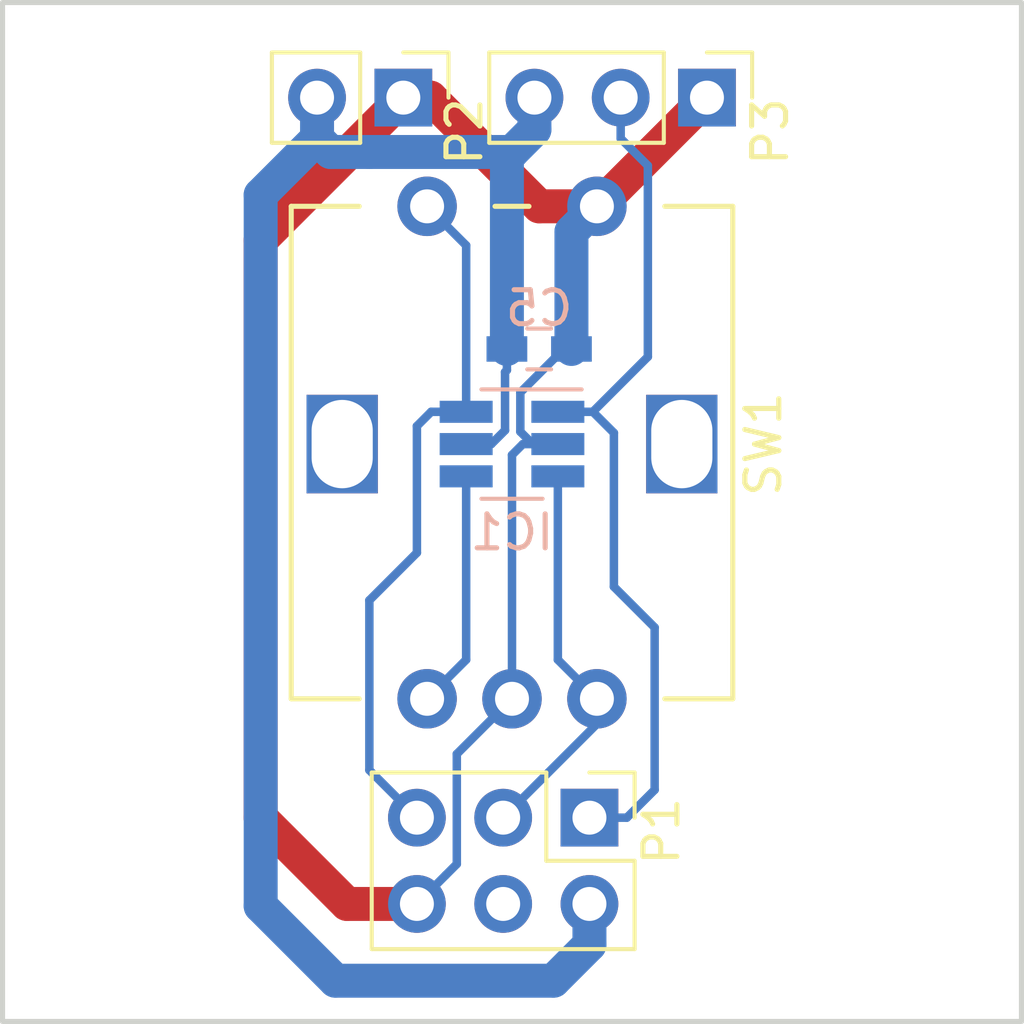
<source format=kicad_pcb>
(kicad_pcb (version 4) (host pcbnew 4.0.5)

  (general
    (links 17)
    (no_connects 0)
    (area 129.924999 79.924999 160.075001 110.075001)
    (thickness 1.6)
    (drawings 4)
    (tracks 69)
    (zones 0)
    (modules 10)
    (nets 8)
  )

  (page A4)
  (layers
    (0 F.Cu signal)
    (31 B.Cu signal)
    (32 B.Adhes user)
    (33 F.Adhes user)
    (34 B.Paste user)
    (35 F.Paste user)
    (36 B.SilkS user)
    (37 F.SilkS user)
    (38 B.Mask user)
    (39 F.Mask user)
    (40 Dwgs.User user)
    (41 Cmts.User user)
    (42 Eco1.User user)
    (43 Eco2.User user)
    (44 Edge.Cuts user)
    (45 Margin user)
    (46 B.CrtYd user)
    (47 F.CrtYd user)
    (48 B.Fab user hide)
    (49 F.Fab user hide)
  )

  (setup
    (last_trace_width 1)
    (user_trace_width 1)
    (trace_clearance 0.2)
    (zone_clearance 0.508)
    (zone_45_only no)
    (trace_min 0.2)
    (segment_width 0.2)
    (edge_width 0.15)
    (via_size 0.6)
    (via_drill 0.4)
    (via_min_size 0.4)
    (via_min_drill 0.3)
    (uvia_size 0.3)
    (uvia_drill 0.1)
    (uvias_allowed no)
    (uvia_min_size 0.2)
    (uvia_min_drill 0.1)
    (pcb_text_width 0.3)
    (pcb_text_size 1.5 1.5)
    (mod_edge_width 0.15)
    (mod_text_size 1 1)
    (mod_text_width 0.15)
    (pad_size 1.524 1.524)
    (pad_drill 0.762)
    (pad_to_mask_clearance 0.2)
    (aux_axis_origin 0 0)
    (visible_elements FFFFFF7F)
    (pcbplotparams
      (layerselection 0x00030_80000001)
      (usegerberextensions false)
      (excludeedgelayer true)
      (linewidth 0.100000)
      (plotframeref false)
      (viasonmask false)
      (mode 1)
      (useauxorigin false)
      (hpglpennumber 1)
      (hpglpenspeed 20)
      (hpglpendiameter 15)
      (hpglpenoverlay 2)
      (psnegative false)
      (psa4output false)
      (plotreference true)
      (plotvalue true)
      (plotinvisibletext false)
      (padsonsilk false)
      (subtractmaskfromsilk false)
      (outputformat 1)
      (mirror false)
      (drillshape 1)
      (scaleselection 1)
      (outputdirectory ""))
  )

  (net 0 "")
  (net 1 VCC)
  (net 2 GND)
  (net 3 /DOUT)
  (net 4 /SCK)
  (net 5 "Net-(IC1-Pad4)")
  (net 6 /~RESET)
  (net 7 "Net-(P1-Pad4)")

  (net_class Default "This is the default net class."
    (clearance 0.2)
    (trace_width 0.25)
    (via_dia 0.6)
    (via_drill 0.4)
    (uvia_dia 0.3)
    (uvia_drill 0.1)
    (add_net /DOUT)
    (add_net /SCK)
    (add_net /~RESET)
    (add_net GND)
    (add_net "Net-(IC1-Pad4)")
    (add_net "Net-(P1-Pad4)")
    (add_net VCC)
  )

  (module Mounting_Holes:MountingHole_2.2mm_M2 (layer F.Cu) (tedit 58D1D4D2) (tstamp 58D1D959)
    (at 134 106)
    (descr "Mounting Hole 2.2mm, no annular, M2")
    (tags "mounting hole 2.2mm no annular m2")
    (fp_text reference REF** (at 0 -3.2) (layer F.SilkS) hide
      (effects (font (size 1 1) (thickness 0.15)))
    )
    (fp_text value MountingHole_2.2mm_M2 (at 0 3.2) (layer F.Fab)
      (effects (font (size 1 1) (thickness 0.15)))
    )
    (fp_circle (center 0 0) (end 2.2 0) (layer Cmts.User) (width 0.15))
    (fp_circle (center 0 0) (end 2.45 0) (layer F.CrtYd) (width 0.05))
    (pad 1 np_thru_hole circle (at 0 0) (size 2.2 2.2) (drill 2.2) (layers *.Cu *.Mask))
  )

  (module Mounting_Holes:MountingHole_2.2mm_M2 (layer F.Cu) (tedit 58D1D4D0) (tstamp 58D1D953)
    (at 156 106)
    (descr "Mounting Hole 2.2mm, no annular, M2")
    (tags "mounting hole 2.2mm no annular m2")
    (fp_text reference REF** (at 0 -3.2) (layer F.SilkS) hide
      (effects (font (size 1 1) (thickness 0.15)))
    )
    (fp_text value MountingHole_2.2mm_M2 (at 0 3.2) (layer F.Fab)
      (effects (font (size 1 1) (thickness 0.15)))
    )
    (fp_circle (center 0 0) (end 2.2 0) (layer Cmts.User) (width 0.15))
    (fp_circle (center 0 0) (end 2.45 0) (layer F.CrtYd) (width 0.05))
    (pad 1 np_thru_hole circle (at 0 0) (size 2.2 2.2) (drill 2.2) (layers *.Cu *.Mask))
  )

  (module Capacitors_SMD:C_0603_HandSoldering (layer B.Cu) (tedit 58AA848B) (tstamp 58D1D10D)
    (at 145.8 90.2)
    (descr "Capacitor SMD 0603, hand soldering")
    (tags "capacitor 0603")
    (path /588C115D)
    (attr smd)
    (fp_text reference C5 (at 0 -1.2) (layer B.SilkS)
      (effects (font (size 1 1) (thickness 0.15)) (justify mirror))
    )
    (fp_text value 100n (at 0 -1.5) (layer B.Fab)
      (effects (font (size 1 1) (thickness 0.15)) (justify mirror))
    )
    (fp_text user %R (at 0 1.25) (layer B.Fab)
      (effects (font (size 1 1) (thickness 0.15)) (justify mirror))
    )
    (fp_line (start -0.8 -0.4) (end -0.8 0.4) (layer B.Fab) (width 0.1))
    (fp_line (start 0.8 -0.4) (end -0.8 -0.4) (layer B.Fab) (width 0.1))
    (fp_line (start 0.8 0.4) (end 0.8 -0.4) (layer B.Fab) (width 0.1))
    (fp_line (start -0.8 0.4) (end 0.8 0.4) (layer B.Fab) (width 0.1))
    (fp_line (start -0.35 0.6) (end 0.35 0.6) (layer B.SilkS) (width 0.12))
    (fp_line (start 0.35 -0.6) (end -0.35 -0.6) (layer B.SilkS) (width 0.12))
    (fp_line (start -1.8 0.65) (end 1.8 0.65) (layer B.CrtYd) (width 0.05))
    (fp_line (start -1.8 0.65) (end -1.8 -0.65) (layer B.CrtYd) (width 0.05))
    (fp_line (start 1.8 -0.65) (end 1.8 0.65) (layer B.CrtYd) (width 0.05))
    (fp_line (start 1.8 -0.65) (end -1.8 -0.65) (layer B.CrtYd) (width 0.05))
    (pad 1 smd rect (at -0.95 0) (size 1.2 0.75) (layers B.Cu B.Paste B.Mask)
      (net 1 VCC))
    (pad 2 smd rect (at 0.95 0) (size 1.2 0.75) (layers B.Cu B.Paste B.Mask)
      (net 2 GND))
    (model Capacitors_SMD.3dshapes/C_0603.wrl
      (at (xyz 0 0 0))
      (scale (xyz 1 1 1))
      (rotate (xyz 0 0 0))
    )
  )

  (module TO_SOT_Packages_SMD:SOT-23-6_Handsoldering (layer B.Cu) (tedit 58CE4E7E) (tstamp 58D1D123)
    (at 145 93 180)
    (descr "6-pin SOT-23 package, Handsoldering")
    (tags "SOT-23-6 Handsoldering")
    (path /588C10D6)
    (attr smd)
    (fp_text reference IC1 (at 0 -2.6 180) (layer B.SilkS)
      (effects (font (size 1 1) (thickness 0.15)) (justify mirror))
    )
    (fp_text value ATTINY10-TS (at 0 -2.9 180) (layer B.Fab)
      (effects (font (size 1 1) (thickness 0.15)) (justify mirror))
    )
    (fp_text user %R (at 0 0 180) (layer B.Fab)
      (effects (font (size 0.5 0.5) (thickness 0.075)) (justify mirror))
    )
    (fp_line (start -0.9 -1.61) (end 0.9 -1.61) (layer B.SilkS) (width 0.12))
    (fp_line (start 0.9 1.61) (end -2.05 1.61) (layer B.SilkS) (width 0.12))
    (fp_line (start -2.4 -1.8) (end -2.4 1.8) (layer B.CrtYd) (width 0.05))
    (fp_line (start 2.4 -1.8) (end -2.4 -1.8) (layer B.CrtYd) (width 0.05))
    (fp_line (start 2.4 1.8) (end 2.4 -1.8) (layer B.CrtYd) (width 0.05))
    (fp_line (start -2.4 1.8) (end 2.4 1.8) (layer B.CrtYd) (width 0.05))
    (fp_line (start -0.9 0.9) (end -0.25 1.55) (layer B.Fab) (width 0.1))
    (fp_line (start 0.9 1.55) (end -0.25 1.55) (layer B.Fab) (width 0.1))
    (fp_line (start -0.9 0.9) (end -0.9 -1.55) (layer B.Fab) (width 0.1))
    (fp_line (start 0.9 -1.55) (end -0.9 -1.55) (layer B.Fab) (width 0.1))
    (fp_line (start 0.9 1.55) (end 0.9 -1.55) (layer B.Fab) (width 0.1))
    (pad 1 smd rect (at -1.35 0.95 180) (size 1.56 0.65) (layers B.Cu B.Paste B.Mask)
      (net 3 /DOUT))
    (pad 2 smd rect (at -1.35 0 180) (size 1.56 0.65) (layers B.Cu B.Paste B.Mask)
      (net 2 GND))
    (pad 3 smd rect (at -1.35 -0.95 180) (size 1.56 0.65) (layers B.Cu B.Paste B.Mask)
      (net 4 /SCK))
    (pad 4 smd rect (at 1.35 -0.95 180) (size 1.56 0.65) (layers B.Cu B.Paste B.Mask)
      (net 5 "Net-(IC1-Pad4)"))
    (pad 6 smd rect (at 1.35 0.95 180) (size 1.56 0.65) (layers B.Cu B.Paste B.Mask)
      (net 6 /~RESET))
    (pad 5 smd rect (at 1.35 0 180) (size 1.56 0.65) (layers B.Cu B.Paste B.Mask)
      (net 1 VCC))
    (model ${KISYS3DMOD}/TO_SOT_Packages_SMD.3dshapes/SOT-23-6.wrl
      (at (xyz 0 0 0))
      (scale (xyz 1 1 1))
      (rotate (xyz 0 0 0))
    )
  )

  (module Pin_Headers:Pin_Header_Straight_2x03_Pitch2.54mm (layer F.Cu) (tedit 58CD4EC5) (tstamp 58D1D13E)
    (at 147.279999 104 270)
    (descr "Through hole straight pin header, 2x03, 2.54mm pitch, double rows")
    (tags "Through hole pin header THT 2x03 2.54mm double row")
    (path /588C1454)
    (fp_text reference P1 (at 0.4 -2.120001 270) (layer F.SilkS)
      (effects (font (size 1 1) (thickness 0.15)))
    )
    (fp_text value AVR_TPI (at 1.27 7.41 270) (layer F.Fab)
      (effects (font (size 1 1) (thickness 0.15)))
    )
    (fp_line (start -1.27 -1.27) (end -1.27 6.35) (layer F.Fab) (width 0.1))
    (fp_line (start -1.27 6.35) (end 3.81 6.35) (layer F.Fab) (width 0.1))
    (fp_line (start 3.81 6.35) (end 3.81 -1.27) (layer F.Fab) (width 0.1))
    (fp_line (start 3.81 -1.27) (end -1.27 -1.27) (layer F.Fab) (width 0.1))
    (fp_line (start -1.33 1.27) (end -1.33 6.41) (layer F.SilkS) (width 0.12))
    (fp_line (start -1.33 6.41) (end 3.87 6.41) (layer F.SilkS) (width 0.12))
    (fp_line (start 3.87 6.41) (end 3.87 -1.33) (layer F.SilkS) (width 0.12))
    (fp_line (start 3.87 -1.33) (end 1.27 -1.33) (layer F.SilkS) (width 0.12))
    (fp_line (start 1.27 -1.33) (end 1.27 1.27) (layer F.SilkS) (width 0.12))
    (fp_line (start 1.27 1.27) (end -1.33 1.27) (layer F.SilkS) (width 0.12))
    (fp_line (start -1.33 0) (end -1.33 -1.33) (layer F.SilkS) (width 0.12))
    (fp_line (start -1.33 -1.33) (end 0 -1.33) (layer F.SilkS) (width 0.12))
    (fp_line (start -1.8 -1.8) (end -1.8 6.85) (layer F.CrtYd) (width 0.05))
    (fp_line (start -1.8 6.85) (end 4.35 6.85) (layer F.CrtYd) (width 0.05))
    (fp_line (start 4.35 6.85) (end 4.35 -1.8) (layer F.CrtYd) (width 0.05))
    (fp_line (start 4.35 -1.8) (end -1.8 -1.8) (layer F.CrtYd) (width 0.05))
    (fp_text user %R (at 1.27 -2.33 270) (layer F.Fab)
      (effects (font (size 1 1) (thickness 0.15)))
    )
    (pad 1 thru_hole rect (at 0 0 270) (size 1.7 1.7) (drill 1) (layers *.Cu *.Mask)
      (net 3 /DOUT))
    (pad 2 thru_hole oval (at 2.54 0 270) (size 1.7 1.7) (drill 1) (layers *.Cu *.Mask)
      (net 1 VCC))
    (pad 3 thru_hole oval (at 0 2.54 270) (size 1.7 1.7) (drill 1) (layers *.Cu *.Mask)
      (net 4 /SCK))
    (pad 4 thru_hole oval (at 2.54 2.54 270) (size 1.7 1.7) (drill 1) (layers *.Cu *.Mask)
      (net 7 "Net-(P1-Pad4)"))
    (pad 5 thru_hole oval (at 0 5.08 270) (size 1.7 1.7) (drill 1) (layers *.Cu *.Mask)
      (net 6 /~RESET))
    (pad 6 thru_hole oval (at 2.54 5.08 270) (size 1.7 1.7) (drill 1) (layers *.Cu *.Mask)
      (net 2 GND))
    (model ${KISYS3DMOD}/Pin_Headers.3dshapes/Pin_Header_Straight_2x03_Pitch2.54mm.wrl
      (at (xyz 0.05 -0.1 0))
      (scale (xyz 1 1 1))
      (rotate (xyz 0 0 90))
    )
  )

  (module Pin_Headers:Pin_Header_Straight_1x02_Pitch2.54mm (layer F.Cu) (tedit 58CD4EC1) (tstamp 58D1D153)
    (at 141.8 82.8 270)
    (descr "Through hole straight pin header, 1x02, 2.54mm pitch, single row")
    (tags "Through hole pin header THT 1x02 2.54mm single row")
    (path /588C12C5)
    (fp_text reference P2 (at 1 -1.8 450) (layer F.SilkS)
      (effects (font (size 1 1) (thickness 0.15)))
    )
    (fp_text value Pwr5V1500mA (at 0 4.87 270) (layer F.Fab)
      (effects (font (size 1 1) (thickness 0.15)))
    )
    (fp_line (start -1.27 -1.27) (end -1.27 3.81) (layer F.Fab) (width 0.1))
    (fp_line (start -1.27 3.81) (end 1.27 3.81) (layer F.Fab) (width 0.1))
    (fp_line (start 1.27 3.81) (end 1.27 -1.27) (layer F.Fab) (width 0.1))
    (fp_line (start 1.27 -1.27) (end -1.27 -1.27) (layer F.Fab) (width 0.1))
    (fp_line (start -1.33 1.27) (end -1.33 3.87) (layer F.SilkS) (width 0.12))
    (fp_line (start -1.33 3.87) (end 1.33 3.87) (layer F.SilkS) (width 0.12))
    (fp_line (start 1.33 3.87) (end 1.33 1.27) (layer F.SilkS) (width 0.12))
    (fp_line (start 1.33 1.27) (end -1.33 1.27) (layer F.SilkS) (width 0.12))
    (fp_line (start -1.33 0) (end -1.33 -1.33) (layer F.SilkS) (width 0.12))
    (fp_line (start -1.33 -1.33) (end 0 -1.33) (layer F.SilkS) (width 0.12))
    (fp_line (start -1.8 -1.8) (end -1.8 4.35) (layer F.CrtYd) (width 0.05))
    (fp_line (start -1.8 4.35) (end 1.8 4.35) (layer F.CrtYd) (width 0.05))
    (fp_line (start 1.8 4.35) (end 1.8 -1.8) (layer F.CrtYd) (width 0.05))
    (fp_line (start 1.8 -1.8) (end -1.8 -1.8) (layer F.CrtYd) (width 0.05))
    (fp_text user %R (at 0 -2.33 270) (layer F.Fab)
      (effects (font (size 1 1) (thickness 0.15)))
    )
    (pad 1 thru_hole rect (at 0 0 270) (size 1.7 1.7) (drill 1) (layers *.Cu *.Mask)
      (net 2 GND))
    (pad 2 thru_hole oval (at 0 2.54 270) (size 1.7 1.7) (drill 1) (layers *.Cu *.Mask)
      (net 1 VCC))
    (model ${KISYS3DMOD}/Pin_Headers.3dshapes/Pin_Header_Straight_1x02_Pitch2.54mm.wrl
      (at (xyz 0 -0.05 0))
      (scale (xyz 1 1 1))
      (rotate (xyz 0 0 90))
    )
  )

  (module Pin_Headers:Pin_Header_Straight_1x03_Pitch2.54mm (layer F.Cu) (tedit 58CD4EC1) (tstamp 58D1D169)
    (at 150.74 82.8 270)
    (descr "Through hole straight pin header, 1x03, 2.54mm pitch, single row")
    (tags "Through hole pin header THT 1x03 2.54mm single row")
    (path /588C1757)
    (fp_text reference P3 (at 1 -1.86 450) (layer F.SilkS)
      (effects (font (size 1 1) (thickness 0.15)))
    )
    (fp_text value WS2812_CON (at 0 7.41 270) (layer F.Fab)
      (effects (font (size 1 1) (thickness 0.15)))
    )
    (fp_line (start -1.27 -1.27) (end -1.27 6.35) (layer F.Fab) (width 0.1))
    (fp_line (start -1.27 6.35) (end 1.27 6.35) (layer F.Fab) (width 0.1))
    (fp_line (start 1.27 6.35) (end 1.27 -1.27) (layer F.Fab) (width 0.1))
    (fp_line (start 1.27 -1.27) (end -1.27 -1.27) (layer F.Fab) (width 0.1))
    (fp_line (start -1.33 1.27) (end -1.33 6.41) (layer F.SilkS) (width 0.12))
    (fp_line (start -1.33 6.41) (end 1.33 6.41) (layer F.SilkS) (width 0.12))
    (fp_line (start 1.33 6.41) (end 1.33 1.27) (layer F.SilkS) (width 0.12))
    (fp_line (start 1.33 1.27) (end -1.33 1.27) (layer F.SilkS) (width 0.12))
    (fp_line (start -1.33 0) (end -1.33 -1.33) (layer F.SilkS) (width 0.12))
    (fp_line (start -1.33 -1.33) (end 0 -1.33) (layer F.SilkS) (width 0.12))
    (fp_line (start -1.8 -1.8) (end -1.8 6.85) (layer F.CrtYd) (width 0.05))
    (fp_line (start -1.8 6.85) (end 1.8 6.85) (layer F.CrtYd) (width 0.05))
    (fp_line (start 1.8 6.85) (end 1.8 -1.8) (layer F.CrtYd) (width 0.05))
    (fp_line (start 1.8 -1.8) (end -1.8 -1.8) (layer F.CrtYd) (width 0.05))
    (fp_text user %R (at 0 -2.33 270) (layer F.Fab)
      (effects (font (size 1 1) (thickness 0.15)))
    )
    (pad 1 thru_hole rect (at 0 0 270) (size 1.7 1.7) (drill 1) (layers *.Cu *.Mask)
      (net 2 GND))
    (pad 2 thru_hole oval (at 0 2.54 270) (size 1.7 1.7) (drill 1) (layers *.Cu *.Mask)
      (net 3 /DOUT))
    (pad 3 thru_hole oval (at 0 5.08 270) (size 1.7 1.7) (drill 1) (layers *.Cu *.Mask)
      (net 1 VCC))
    (model ${KISYS3DMOD}/Pin_Headers.3dshapes/Pin_Header_Straight_1x03_Pitch2.54mm.wrl
      (at (xyz 0 -0.1 0))
      (scale (xyz 1 1 1))
      (rotate (xyz 0 0 90))
    )
  )

  (module projectspecifics:Encoder_PEC11R (layer F.Cu) (tedit 58D1CF67) (tstamp 58D1D17B)
    (at 145 93)
    (path /58C9CC1D)
    (fp_text reference SW1 (at 7.4 0 90) (layer F.SilkS)
      (effects (font (size 1 1) (thickness 0.15)))
    )
    (fp_text value Rotary_Encoder_Switch (at 0 -9.5) (layer F.Fab)
      (effects (font (size 1 1) (thickness 0.15)))
    )
    (fp_line (start -0.5 -7) (end 0.5 -7) (layer F.SilkS) (width 0.15))
    (fp_line (start 6.5 7.5) (end 4.5 7.5) (layer F.SilkS) (width 0.15))
    (fp_line (start 6.5 -7) (end 6.5 7.5) (layer F.SilkS) (width 0.15))
    (fp_line (start 4.5 -7) (end 6.5 -7) (layer F.SilkS) (width 0.15))
    (fp_line (start -6.5 -7) (end -4.5 -7) (layer F.SilkS) (width 0.15))
    (fp_line (start -6.5 7.5) (end -4.5 7.5) (layer F.SilkS) (width 0.15))
    (fp_line (start -6.5 -7) (end -6.5 7.5) (layer F.SilkS) (width 0.15))
    (pad 1 thru_hole circle (at -2.5 7.5) (size 1.75 1.75) (drill 1) (layers *.Cu *.Mask)
      (net 5 "Net-(IC1-Pad4)"))
    (pad 2 thru_hole circle (at 0 7.5) (size 1.75 1.75) (drill 1) (layers *.Cu *.Mask)
      (net 2 GND))
    (pad 3 thru_hole circle (at 2.5 7.5) (size 1.75 1.75) (drill 1) (layers *.Cu *.Mask)
      (net 4 /SCK))
    (pad 4 thru_hole circle (at -2.5 -7) (size 1.75 1.75) (drill 1) (layers *.Cu *.Mask)
      (net 6 /~RESET))
    (pad 5 thru_hole circle (at 2.5 -7) (size 1.75 1.75) (drill 1) (layers *.Cu *.Mask)
      (net 2 GND))
    (pad "" np_thru_hole rect (at -5 0) (size 2.1 2.9) (drill oval 1.8 2.6) (layers *.Cu *.Mask)
      (zone_connect 0))
    (pad "" np_thru_hole rect (at 5 0) (size 2.1 2.9) (drill oval 1.8 2.6) (layers *.Cu *.Mask))
  )

  (module Mounting_Holes:MountingHole_2.2mm_M2 (layer F.Cu) (tedit 58D1D4D5) (tstamp 58D1D941)
    (at 134 84)
    (descr "Mounting Hole 2.2mm, no annular, M2")
    (tags "mounting hole 2.2mm no annular m2")
    (fp_text reference REF** (at 0 -3.2) (layer F.SilkS) hide
      (effects (font (size 1 1) (thickness 0.15)))
    )
    (fp_text value MountingHole_2.2mm_M2 (at 0 3.2) (layer F.Fab)
      (effects (font (size 1 1) (thickness 0.15)))
    )
    (fp_circle (center 0 0) (end 2.2 0) (layer Cmts.User) (width 0.15))
    (fp_circle (center 0 0) (end 2.45 0) (layer F.CrtYd) (width 0.05))
    (pad 1 np_thru_hole circle (at 0 0) (size 2.2 2.2) (drill 2.2) (layers *.Cu *.Mask))
  )

  (module Mounting_Holes:MountingHole_2.2mm_M2 (layer F.Cu) (tedit 58D1D4CD) (tstamp 58D1D950)
    (at 156 84)
    (descr "Mounting Hole 2.2mm, no annular, M2")
    (tags "mounting hole 2.2mm no annular m2")
    (fp_text reference REF** (at 0 -3.2) (layer F.SilkS) hide
      (effects (font (size 1 1) (thickness 0.15)))
    )
    (fp_text value MountingHole_2.2mm_M2 (at 0 3.2) (layer F.Fab)
      (effects (font (size 1 1) (thickness 0.15)))
    )
    (fp_circle (center 0 0) (end 2.2 0) (layer Cmts.User) (width 0.15))
    (fp_circle (center 0 0) (end 2.45 0) (layer F.CrtYd) (width 0.05))
    (pad 1 np_thru_hole circle (at 0 0) (size 2.2 2.2) (drill 2.2) (layers *.Cu *.Mask))
  )

  (gr_line (start 160 110) (end 160 80) (layer Edge.Cuts) (width 0.15))
  (gr_line (start 130 110) (end 160 110) (layer Edge.Cuts) (width 0.15))
  (gr_line (start 130 80) (end 130 110) (layer Edge.Cuts) (width 0.15))
  (gr_line (start 160 80) (end 130 80) (layer Edge.Cuts) (width 0.15))

  (segment (start 137.6 85.662081) (end 139.26 84.002081) (width 1) (layer B.Cu) (net 1))
  (segment (start 137.6 106.6) (end 137.6 85.662081) (width 1) (layer B.Cu) (net 1))
  (segment (start 139.8 108.8) (end 137.6 106.6) (width 1) (layer B.Cu) (net 1))
  (segment (start 146.22208 108.8) (end 139.8 108.8) (width 1) (layer B.Cu) (net 1))
  (segment (start 147.279999 106.54) (end 147.279999 107.742081) (width 1) (layer B.Cu) (net 1))
  (segment (start 147.279999 107.742081) (end 146.22208 108.8) (width 1) (layer B.Cu) (net 1))
  (segment (start 145 84.4) (end 144.85 84.55) (width 1) (layer B.Cu) (net 1))
  (segment (start 144.85 84.55) (end 144.85 90.2) (width 1) (layer B.Cu) (net 1))
  (segment (start 145 84.4) (end 140.8 84.4) (width 1) (layer B.Cu) (net 1))
  (segment (start 140.8 84.4) (end 139.657919 84.4) (width 1) (layer B.Cu) (net 1))
  (segment (start 145.66 82.8) (end 145.66 83.74) (width 1) (layer B.Cu) (net 1))
  (segment (start 145.66 83.74) (end 145 84.4) (width 1) (layer B.Cu) (net 1))
  (segment (start 139.657919 84.4) (end 139.26 84.002081) (width 1) (layer B.Cu) (net 1))
  (segment (start 139.26 84.002081) (end 139.26 82.8) (width 1) (layer B.Cu) (net 1))
  (segment (start 143.65 93) (end 144.390002 93) (width 0.25) (layer B.Cu) (net 1))
  (segment (start 144.390002 93) (end 144.794989 92.595013) (width 0.25) (layer B.Cu) (net 1))
  (segment (start 144.794989 90.880011) (end 144.85 90.825) (width 0.25) (layer B.Cu) (net 1))
  (segment (start 144.794989 92.595013) (end 144.794989 90.880011) (width 0.25) (layer B.Cu) (net 1))
  (segment (start 144.85 90.825) (end 144.85 90.2) (width 0.25) (layer B.Cu) (net 1))
  (segment (start 137.6 87) (end 141.8 82.8) (width 1) (layer F.Cu) (net 2))
  (segment (start 137.6 104) (end 137.6 87) (width 1) (layer F.Cu) (net 2))
  (segment (start 140.14 106.54) (end 137.6 104) (width 1) (layer F.Cu) (net 2))
  (segment (start 142.199999 106.54) (end 140.14 106.54) (width 1) (layer F.Cu) (net 2))
  (segment (start 145.8 86) (end 147.5 86) (width 1) (layer F.Cu) (net 2))
  (segment (start 142.6 82.8) (end 145.8 86) (width 1) (layer F.Cu) (net 2))
  (segment (start 141.8 82.8) (end 142.6 82.8) (width 1) (layer F.Cu) (net 2))
  (segment (start 146.75 90.2) (end 146.75 86.75) (width 1) (layer B.Cu) (net 2))
  (segment (start 146.75 86.75) (end 147.5 86) (width 1) (layer B.Cu) (net 2))
  (segment (start 145 100.5) (end 143.375 102.125) (width 0.25) (layer B.Cu) (net 2))
  (segment (start 143.375 102.125) (end 143.375 105.364999) (width 0.25) (layer B.Cu) (net 2))
  (segment (start 143.375 105.364999) (end 143.049998 105.690001) (width 0.25) (layer B.Cu) (net 2))
  (segment (start 143.049998 105.690001) (end 142.199999 106.54) (width 0.25) (layer B.Cu) (net 2))
  (segment (start 147.5 86) (end 147.54 86) (width 1) (layer F.Cu) (net 2))
  (segment (start 147.54 86) (end 150.74 82.8) (width 1) (layer F.Cu) (net 2))
  (segment (start 150.74 82.8) (end 150.7 82.8) (width 1) (layer B.Cu) (net 2))
  (segment (start 146.35 93) (end 145.609998 93) (width 0.25) (layer B.Cu) (net 2))
  (segment (start 145.609998 93) (end 145.244999 92.635001) (width 0.25) (layer B.Cu) (net 2))
  (segment (start 145.244999 92.635001) (end 145.244999 91.480001) (width 0.25) (layer B.Cu) (net 2))
  (segment (start 145.244999 91.480001) (end 146.525 90.2) (width 0.25) (layer B.Cu) (net 2))
  (segment (start 146.525 90.2) (end 146.75 90.2) (width 0.25) (layer B.Cu) (net 2))
  (segment (start 145 100.5) (end 145 93.32) (width 0.25) (layer B.Cu) (net 2))
  (segment (start 145 93.32) (end 145.32 93) (width 0.25) (layer B.Cu) (net 2))
  (segment (start 145.32 93) (end 146.35 93) (width 0.25) (layer B.Cu) (net 2))
  (segment (start 148.2 82.8) (end 148.2 84.002081) (width 0.25) (layer B.Cu) (net 3))
  (segment (start 148.2 84.002081) (end 149 84.802081) (width 0.25) (layer B.Cu) (net 3))
  (segment (start 149 84.802081) (end 149 90.43) (width 0.25) (layer B.Cu) (net 3))
  (segment (start 149 90.43) (end 147.38 92.05) (width 0.25) (layer B.Cu) (net 3))
  (segment (start 148 97.2) (end 148 92.67) (width 0.25) (layer B.Cu) (net 3))
  (segment (start 148 92.67) (end 147.38 92.05) (width 0.25) (layer B.Cu) (net 3))
  (segment (start 147.38 92.05) (end 146.35 92.05) (width 0.25) (layer B.Cu) (net 3))
  (segment (start 149.2 98.4) (end 148 97.2) (width 0.25) (layer B.Cu) (net 3))
  (segment (start 149.2 103.179999) (end 149.2 98.4) (width 0.25) (layer B.Cu) (net 3))
  (segment (start 147.279999 104) (end 148.379999 104) (width 0.25) (layer B.Cu) (net 3))
  (segment (start 148.379999 104) (end 149.2 103.179999) (width 0.25) (layer B.Cu) (net 3))
  (segment (start 146.61 92.05) (end 146.35 92.05) (width 0.25) (layer B.Cu) (net 3))
  (segment (start 144.739999 104) (end 147.5 101.239999) (width 0.25) (layer B.Cu) (net 4))
  (segment (start 147.5 101.239999) (end 147.5 100.5) (width 0.25) (layer B.Cu) (net 4))
  (segment (start 146.35 93.95) (end 146.35 99.35) (width 0.25) (layer B.Cu) (net 4))
  (segment (start 146.35 99.35) (end 147.5 100.5) (width 0.25) (layer B.Cu) (net 4))
  (segment (start 143.65 93.95) (end 143.65 99.35) (width 0.25) (layer B.Cu) (net 5))
  (segment (start 143.65 99.35) (end 142.5 100.5) (width 0.25) (layer B.Cu) (net 5))
  (segment (start 142.2 96.2) (end 142.2 92.47) (width 0.25) (layer B.Cu) (net 6))
  (segment (start 142.2 92.47) (end 142.62 92.05) (width 0.25) (layer B.Cu) (net 6))
  (segment (start 142.62 92.05) (end 143.65 92.05) (width 0.25) (layer B.Cu) (net 6))
  (segment (start 140.8 97.6) (end 142.2 96.2) (width 0.25) (layer B.Cu) (net 6))
  (segment (start 140.8 102.600001) (end 140.8 97.6) (width 0.25) (layer B.Cu) (net 6))
  (segment (start 142.199999 104) (end 140.8 102.600001) (width 0.25) (layer B.Cu) (net 6))
  (segment (start 143.65 92.05) (end 143.65 87.15) (width 0.25) (layer B.Cu) (net 6))
  (segment (start 143.65 87.15) (end 142.5 86) (width 0.25) (layer B.Cu) (net 6))

)

</source>
